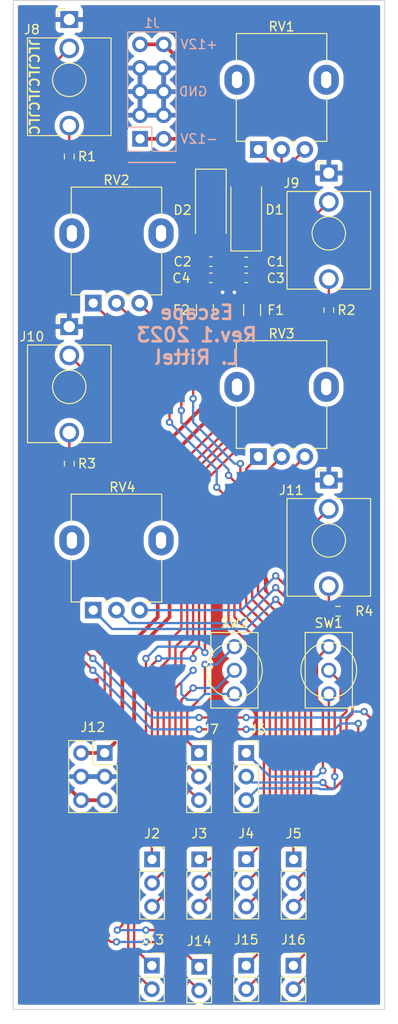
<source format=kicad_pcb>
(kicad_pcb (version 20211014) (generator pcbnew)
  (layers (0 "F.Cu" signal) (31 "B.Cu" signal) (34 "B.Paste" user) (35 "F.Paste" user) (36 "B.SilkS" user "B.Silkscreen") (37 "F.SilkS" user "F.Silkscreen") (38 "B.Mask" user) (39 "F.Mask" user) (44 "Edge.Cuts" user))
  (net 0 "")
  (net 1 "GND")
  (net 2 "Net-(C1-Pad1)")
  (net 3 "Net-(D1-Pad2)")
  (net 4 "Net-(D2-Pad1)")
  (net 5 "+12V")
  (net 6 "-12V")
  (net 7 "Net-(J4-Pad1)")
  (net 8 "Net-(J4-Pad3)")
  (net 9 "Net-(J6-Pad1)")
  (net 10 "Net-(J6-Pad3)")
  (net 11 "Net-(C2-Pad2)")
  (net 12 "Net-(J2-Pad2)")
  (net 13 "Net-(J3-Pad2)")
  (net 14 "Net-(J11-PadTN)")
  (net 15 "Net-(J9-PadT)")
  (net 16 "Net-(J11-PadT)")
  (net 17 "Net-(J4-Pad2)")
  (net 18 "Net-(J16-Pad1)")
  (net 19 "Net-(J13-Pad1)")
  (net 20 "Net-(J13-Pad2)")
  (net 21 "Net-(J14-Pad2)")
  (net 22 "Net-(J15-Pad2)")
  (net 23 "Net-(J2-Pad1)")
  (net 24 "Net-(J2-Pad3)")
  (net 25 "Net-(J3-Pad1)")
  (net 26 "Net-(J3-Pad3)")
  (net 27 "Net-(J5-Pad1)")
  (net 28 "Net-(J5-Pad2)")
  (net 29 "Net-(J5-Pad3)")
  (net 30 "Net-(J6-Pad2)")
  (net 31 "Net-(J7-Pad1)")
  (net 32 "Net-(J7-Pad2)")
  (net 33 "Net-(J7-Pad3)")
  (net 34 "Net-(J16-Pad2)")
  (net 35 "Net-(J8-PadT)")
  (net 36 "Net-(J10-PadTN)")
  (net 37 "Net-(J10-PadT)")
  (footprint "Potentiometer_THT:Potentiometer_Alpha_RD901F-40-00D_Single_Vertical" (layer "F.Cu") (at -11.39 11.31 90)
    (fp_text reference "RV4")
    (fp_text value "10k")
  )
  (footprint "Connector_Audio:Jack_3.5mm_QingPu_WQP-PJ398SM_Vertical_CircularHoles" (layer "F.Cu") (at 13.97 -35.69)
    (fp_text reference "J9")
    (fp_text value "AudioJack2_SwitchT")
  )
  (footprint "Connector_PinSocket_2.54mm:PinSocket_1x02_P2.54mm_Vertical" (layer "F.Cu") (at 10.16 49.53)
    (fp_text reference "J16")
    (fp_text value "Conn_01x02")
  )
  (footprint "Potentiometer_THT:Potentiometer_Alpha_RD901F-40-00D_Single_Vertical" (layer "F.Cu") (at 6.39 -38.22 90)
    (fp_text reference "RV1")
    (fp_text value "10k")
  )
  (footprint "Fuse:Fuse_1206_3216Metric_Pad1.42x1.75mm_HandSolder" (layer "F.Cu") (at 0.635 -20.955 -90)
    (fp_text reference "F2")
    (fp_text value "Fuse 1206")
  )
  (footprint "Capacitor_SMD:C_0603_1608Metric_Pad1.08x0.95mm_HandSolder" (layer "F.Cu") (at 1.27 -24.42 180)
    (fp_text reference "C4")
    (fp_text value "100n")
  )
  (footprint "Capacitor_SMD:C_0603_1608Metric_Pad1.08x0.95mm_HandSolder" (layer "F.Cu") (at 1.27 -26.16 180)
    (fp_text reference "C2")
    (fp_text value "10u")
  )
  (footprint "Diode_SMD:D_SMA_Handsoldering" (layer "F.Cu") (at 5.08 -31.71 90)
    (fp_text reference "D1")
    (fp_text value "B130-13F")
  )
  (footprint "Resistor_SMD:R_0603_1608Metric_Pad0.98x0.95mm_HandSolder" (layer "F.Cu") (at 14.9625 11.43)
    (fp_text reference "R4")
    (fp_text value "1k")
  )
  (footprint "Connector_Audio:Jack_3.5mm_QingPu_WQP-PJ398SM_Vertical_CircularHoles" (layer "F.Cu") (at -13.97 -52.2)
    (fp_text reference "J8")
    (fp_text value "AudioJack2_SwitchT")
  )
  (footprint "Connector_PinSocket_2.54mm:PinSocket_1x02_P2.54mm_Vertical" (layer "F.Cu") (at 5.08 49.53)
    (fp_text reference "J15")
    (fp_text value "Conn_01x02")
  )
  (footprint "Fuse:Fuse_1206_3216Metric_Pad1.42x1.75mm_HandSolder" (layer "F.Cu") (at 5.715 -20.955 -90)
    (fp_text reference "F1")
    (fp_text value "Fuse 1206")
  )
  (footprint "Connector_PinSocket_2.54mm:PinSocket_1x03_P2.54mm_Vertical" (layer "F.Cu") (at 0 26.67)
    (fp_text reference "J7")
    (fp_text value "Conn_01x03")
  )
  (footprint "Connector_PinSocket_2.54mm:PinSocket_1x03_P2.54mm_Vertical" (layer "F.Cu") (at -5.055 38.115)
    (fp_text reference "J2")
    (fp_text value "Conn_01x03")
  )
  (footprint "Resistor_SMD:R_0603_1608Metric_Pad0.98x0.95mm_HandSolder" (layer "F.Cu") (at -13.97 -4.445 -90)
    (fp_text reference "R3")
    (fp_text value "1k")
  )
  (footprint "Capacitor_SMD:C_0603_1608Metric_Pad1.08x0.95mm_HandSolder" (layer "F.Cu") (at 5.08 -26.13 180)
    (fp_text reference "C1")
    (fp_text value "10u")
  )
  (footprint "Diode_SMD:D_SMA_Handsoldering" (layer "F.Cu") (at 1.27 -31.71 -90)
    (fp_text reference "D2")
    (fp_text value "B130-13F")
  )
  (footprint "Potentiometer_THT:Potentiometer_Alpha_RD901F-40-00D_Single_Vertical" (layer "F.Cu") (at -11.39 -21.71 90)
    (fp_text reference "RV2")
    (fp_text value "10k")
  )
  (footprint "Connector_PinSocket_2.54mm:PinSocket_1x02_P2.54mm_Vertical" (layer "F.Cu") (at -5.08 49.53)
    (fp_text reference "J13")
    (fp_text value "Conn_01x02")
  )
  (footprint "Connector_PinSocket_2.54mm:PinSocket_1x03_P2.54mm_Vertical" (layer "F.Cu") (at 5.08 26.67)
    (fp_text reference "J6")
    (fp_text value "Conn_01x03")
  )
  (footprint "Connector_PinSocket_2.54mm:PinSocket_1x03_P2.54mm_Vertical" (layer "F.Cu") (at 5.08 38.1)
    (fp_text reference "J4")
    (fp_text value "Conn_01x03")
  )
  (footprint "Potentiometer_THT:Potentiometer_Alpha_RD901F-40-00D_Single_Vertical" (layer "F.Cu") (at 6.39 -5.2 90)
    (fp_text reference "RV3")
    (fp_text value "10k")
  )
  (footprint "Connector_PinSocket_2.54mm:PinSocket_1x03_P2.54mm_Vertical" (layer "F.Cu") (at 0.025 38.115)
    (fp_text reference "J3")
    (fp_text value "Conn_01x03")
  )
  (footprint "Capacitor_SMD:C_0603_1608Metric_Pad1.08x0.95mm_HandSolder" (layer "F.Cu") (at 5.08 -24.42 180)
    (fp_text reference "C3")
    (fp_text value "100n")
  )
  (footprint "Connector_PinSocket_2.54mm:PinSocket_1x02_P2.54mm_Vertical" (layer "F.Cu") (at 0.025 49.67)
    (fp_text reference "J14")
    (fp_text value "Conn_01x02")
  )
  (footprint "Connector_Audio:Jack_3.5mm_QingPu_WQP-PJ398SM_Vertical_CircularHoles" (layer "F.Cu") (at 13.97 -2.67)
    (fp_text reference "J11")
    (fp_text value "AudioJack2_SwitchT")
  )
  (footprint "Connector_PinSocket_2.54mm:PinSocket_2x03_P2.54mm_Vertical" (layer "F.Cu") (at -10.16 26.67)
    (fp_text reference "J12")
    (fp_text value "Conn_02x03_Odd_Even")
  )
  (footprint "Thonkiconn:Switch_Sub-Minitiature_Vertical" (layer "F.Cu") (at 13.97 17.78)
    (fp_text reference "SW1")
    (fp_text value "SW_SPDT_MSM")
  )
  (footprint "Connector_PinSocket_2.54mm:PinSocket_1x03_P2.54mm_Vertical" (layer "F.Cu") (at 10.185 38.115)
    (fp_text reference "J5")
    (fp_text value "Conn_01x03")
  )
  (footprint "Resistor_SMD:R_0603_1608Metric_Pad0.98x0.95mm_HandSolder" (layer "F.Cu") (at 13.97 -20.955 -90)
    (fp_text reference "R2")
    (fp_text value "1k")
  )
  (footprint "Resistor_SMD:R_0603_1608Metric_Pad0.98x0.95mm_HandSolder" (layer "F.Cu") (at -13.97 -37.465 -90)
    (fp_text reference "R1")
    (fp_text value "1k")
  )
  (footprint "Connector_Audio:Jack_3.5mm_QingPu_WQP-PJ398SM_Vertical_CircularHoles" (layer "F.Cu") (at -13.97 -19.18)
    (fp_text reference "J10")
    (fp_text value "AudioJack2_SwitchT")
  )
  (footprint "Thonkiconn:Switch_Sub-Minitiature_Vertical" (layer "F.Cu") (at 3.81 17.78)
    (fp_text reference "SW2")
    (fp_text value "SW_SPDT_MSM")
  )
  (footprint "Connector_PinHeader_2.54mm:PinHeader_2x05_P2.54mm_Vertical" (layer "B.Cu") (at -6.35 -39.37)
    (fp_text reference "J1")
    (fp_text value "Conn_02x05_Odd_Even")
  )
  (gr_line (start -7.62 -36.83) (end -2.54 -36.83) (layer "B.SilkS") (width 0.15))
  (gr_rect locked (start -20 -54.25) (end 20 54.25) (layer "Edge.Cuts") (width 0.1) (fill none))
  (gr_text "+12V" (at 0 -49.53) (layer "B.SilkS") (effects (font (size 1 1)) (justify mirror)))
  (gr_text "GND" (at -0.635 -44.45) (layer "B.SilkS") (effects (font (size 1 1)) (justify mirror)))
  (gr_text "-12V" (at 0 -39.37) (layer "B.SilkS") (effects (font (size 1 1)) (justify mirror)))
  (gr_text "Escape\nRev.1 2023\nL. Rittel" (at -0.254 -18.288) (layer "B.SilkS") (effects (font (size 1.5 1.5) (thickness 0.3)) (justify mirror)))
  (gr_text "JLCJLCJLCJLC" (at -17.78 -44.958 270) (layer "F.SilkS") (effects (font (size 1 1) (thickness 0.2))))
  (segment (start 4.2175 -24.42) (end 3.81 -24.0125) (width 0.4) (layer "F.Cu") (net 1))
  (segment (start 3.81 -24.0125) (end 3.81 -22.86) (width 0.4) (layer "F.Cu") (net 1))
  (segment (start 2.1325 -26.16) (end 2.1325 -24.42) (width 0.4) (layer "F.Cu") (net 1))
  (segment (start 2.1325 -24.42) (end 2.54 -24.0125) (width 0.4) (layer "F.Cu") (net 1))
  (segment (start 2.54 -24.0125) (end 2.54 -22.86) (width 0.4) (layer "F.Cu") (net 1))
  (segment (start 4.2175 -26.13) (end 4.2175 -24.42) (width 0.4) (layer "F.Cu") (net 1))
  (via (at 3.81 -22.86) (size 0.8) (drill 0.4) (layers "F.Cu" "B.Cu") (net 1))
  (via (at 2.54 -22.86) (size 0.8) (drill 0.4) (layers "F.Cu" "B.Cu") (net 1))
  (segment (start 5.9425 -26.13) (end 5.9425 -24.42) (width 0.4) (layer "F.Cu") (net 2))
  (segment (start 5.9425 -28.3475) (end 5.08 -29.21) (width 0.4) (layer "F.Cu") (net 2))
  (segment (start 5.9425 -22.67) (end 5.715 -22.4425) (width 0.4) (layer "F.Cu") (net 2))
  (segment (start 5.9425 -24.42) (end 5.9425 -22.67) (width 0.4) (layer "F.Cu") (net 2))
  (segment (start 5.9425 -26.13) (end 5.9425 -28.3475) (width 0.4) (layer "F.Cu") (net 2))
  (segment (start -1.905 -47.645) (end -1.905 -43.14) (width 0.4) (layer "F.Cu") (net 3))
  (segment (start -6.33 -49.53) (end -3.79 -49.53) (width 0.4) (layer "F.Cu") (net 3))
  (segment (start -3.79 -49.53) (end -1.905 -47.645) (width 0.4) (layer "F.Cu") (net 3))
  (segment (start -1.905 -43.14) (end 5.08 -36.155) (width 0.4) (layer "F.Cu") (net 3))
  (segment (start 5.08 -36.155) (end 5.08 -34.21) (width 0.4) (layer "F.Cu") (net 3))
  (segment (start -3.79 -39.37) (end 0 -39.37) (width 0.4) (layer "F.Cu") (net 4))
  (segment (start 0 -39.37) (end 1.27 -38.1) (width 0.4) (layer "F.Cu") (net 4))
  (segment (start 1.27 -38.1) (end 1.27 -34.21) (width 0.4) (layer "F.Cu") (net 4))
  (segment (start -6.33 -39.37) (end -3.79 -39.37) (width 0.4) (layer "F.Cu") (net 4))
  (segment (start -6.35 2.54) (end -3.175 -0.635) (width 0.4) (layer "F.Cu") (net 5))
  (segment (start -10.16 26.67) (end -12.7 26.67) (width 0.4) (layer "F.Cu") (net 5))
  (segment (start -6.985 15.875) (end -3.175 12.065) (width 0.4) (layer "F.Cu") (net 5))
  (segment (start -10.16 26.67) (end -6.985 23.495) (width 0.4) (layer "F.Cu") (net 5))
  (segment (start -3.175 12.065) (end -3.175 8.255) (width 0.4) (layer "F.Cu") (net 5))
  (segment (start -6.35 5.08) (end -6.35 2.54) (width 0.4) (layer "F.Cu") (net 5))
  (segment (start -3.175 8.255) (end -6.35 5.08) (width 0.4) (layer "F.Cu") (net 5))
  (segment (start 1.905 -13.97) (end 5.715 -17.78) (width 0.4) (layer "F.Cu") (net 5))
  (segment (start -6.985 23.495) (end -6.985 15.875) (width 0.4) (layer "F.Cu") (net 5))
  (segment (start -3.175 -0.635) (end -3.175 -5.08) (width 0.4) (layer "F.Cu") (net 5))
  (segment (start -3.175 -5.08) (end 1.905 -10.16) (width 0.4) (layer "F.Cu") (net 5))
  (segment (start 5.715 -17.78) (end 5.715 -19.4675) (width 0.4) (layer "F.Cu") (net 5))
  (segment (start 1.905 -10.16) (end 1.905 -13.97) (width 0.4) (layer "F.Cu") (net 5))
  (segment (start -8.255 22.225) (end -10.795 24.765) (width 0.4) (layer "F.Cu") (net 6))
  (segment (start -7.62 5.715) (end -4.445 8.89) (width 0.4) (layer "F.Cu") (net 6))
  (segment (start -4.445 -0.741764) (end -7.62 2.433236) (width 0.4) (layer "F.Cu") (net 6))
  (segment (start 0.635 -19.4675) (end 0.635 -10.795) (width 0.4) (layer "F.Cu") (net 6))
  (segment (start -8.255 15.875) (end -8.255 22.225) (width 0.4) (layer "F.Cu") (net 6))
  (segment (start -13.335 24.765) (end -14.605 26.035) (width 0.4) (layer "F.Cu") (net 6))
  (segment (start -4.445 12.065) (end -8.255 15.875) (width 0.4) (layer "F.Cu") (net 6))
  (segment (start -10.795 24.765) (end -13.335 24.765) (width 0.4) (layer "F.Cu") (net 6))
  (segment (start -14.605 26.035) (end -14.605 29.845) (width 0.4) (layer "F.Cu") (net 6))
  (segment (start 0.635 -10.795) (end -4.445 -5.715) (width 0.4) (layer "F.Cu") (net 6))
  (segment (start -4.445 -5.715) (end -4.445 -0.741764) (width 0.4) (layer "F.Cu") (net 6))
  (segment (start -10.16 31.75) (end -12.7 31.75) (width 0.4) (layer "F.Cu") (net 6))
  (segment (start -14.605 29.845) (end -12.7 31.75) (width 0.4) (layer "F.Cu") (net 6))
  (segment (start -7.62 2.433236) (end -7.62 5.715) (width 0.4) (layer "F.Cu") (net 6))
  (segment (start -4.445 8.89) (end -4.445 12.065) (width 0.4) (layer "F.Cu") (net 6))
  (segment (start 8.89 34.288604) (end 6.535 36.643604) (width 0.25) (layer "F.Cu") (net 7))
  (segment (start 8.89 14.605) (end 8.89 34.288604) (width 0.25) (layer "F.Cu") (net 7))
  (segment (start 6.39 -5.2) (end 5.08 -3.89) (width 0.25) (layer "F.Cu") (net 7))
  (segment (start 6.535 36.645) (end 5.08 38.1) (width 0.25) (layer "F.Cu") (net 7))
  (segment (start 6.535 36.643604) (end 6.535 36.645) (width 0.25) (layer "F.Cu") (net 7))
  (segment (start 5.08 10.795) (end 8.89 14.605) (width 0.25) (layer "F.Cu") (net 7))
  (segment (start 5.08 -3.89) (end 5.08 10.795) (width 0.25) (layer "F.Cu") (net 7))
  (segment (start 10.16 35.56) (end 7.62 38.1) (width 0.25) (layer "F.Cu") (net 8))
  (segment (start 7.62 40.64) (end 5.08 43.18) (width 0.25) (layer "F.Cu") (net 8))
  (segment (start 7.62 38.1) (end 7.62 40.64) (width 0.25) (layer "F.Cu") (net 8))
  (segment (start 6.35 9.525) (end 10.16 13.335) (width 0.25) (layer "F.Cu") (net 8))
  (segment (start 10.16 13.335) (end 10.16 35.56) (width 0.25) (layer "F.Cu") (net 8))
  (segment (start 11.39 -5.2) (end 6.35 -0.16) (width 0.25) (layer "F.Cu") (net 8))
  (segment (start 6.35 -0.16) (end 6.35 9.525) (width 0.25) (layer "F.Cu") (net 8))
  (segment (start 13.335 28.575) (end 13.335 21.59) (width 0.25) (layer "F.Cu") (net 9))
  (segment (start 13.335 21.59) (end 12.7 20.955) (width 0.25) (layer "F.Cu") (net 9))
  (segment (start 12.7 16.51) (end 13.97 15.24) (width 0.25) (layer "F.Cu") (net 9))
  (segment (start 12.7 20.955) (end 12.7 16.51) (width 0.25) (layer "F.Cu") (net 9))
  (via (at 13.335 28.575) (size 0.8) (drill 0.4) (layers "F.Cu" "B.Cu") (net 9))
  (segment (start 12.7 29.21) (end 7.62 29.21) (width 0.25) (layer "B.Cu") (net 9))
  (segment (start 7.62 29.21) (end 5.08 26.67) (width 0.25) (layer "B.Cu") (net 9))
  (segment (start 13.335 28.575) (end 12.7 29.21) (width 0.25) (layer "B.Cu") (net 9))
  (segment (start 14.605 29.21) (end 14.605 27.94) (width 0.25) (layer "F.Cu") (net 10))
  (segment (start 14.605 27.94) (end 13.97 27.305) (width 0.25) (layer "F.Cu") (net 10))
  (segment (start 13.97 27.305) (end 13.97 20.32) (width 0.25) (layer "F.Cu") (net 10))
  (via (at 14.605 29.21) (size 0.8) (drill 0.4) (layers "F.Cu" "B.Cu") (net 10))
  (segment (start 12.944695 30.48) (end 6.35 30.48) (width 0.25) (layer "B.Cu") (net 10))
  (segment (start 14.605 30.357652) (end 14.392652 30.57) (width 0.25) (layer "B.Cu") (net 10))
  (segment (start 14.392652 30.57) (end 13.034695 30.57) (width 0.25) (layer "B.Cu") (net 10))
  (segment (start 6.35 30.48) (end 5.08 31.75) (width 0.25) (layer "B.Cu") (net 10))
  (segment (start 14.605 29.21) (end 14.605 30.357652) (width 0.25) (layer "B.Cu") (net 10))
  (segment (start 13.034695 30.57) (end 12.944695 30.48) (width 0.25) (layer "B.Cu") (net 10))
  (segment (start 0.4075 -28.3475) (end 1.27 -29.21) (width 0.4) (layer "F.Cu") (net 11))
  (segment (start 0.4075 -26.16) (end 0.4075 -28.3475) (width 0.4) (layer "F.Cu") (net 11))
  (segment (start 0.4075 -22.67) (end 0.635 -22.4425) (width 0.4) (layer "F.Cu") (net 11))
  (segment (start 0.4075 -26.16) (end 0.4075 -24.42) (width 0.4) (layer "F.Cu") (net 11))
  (segment (start 0.4075 -24.42) (end 0.4075 -22.67) (width 0.4) (layer "F.Cu") (net 11))
  (segment (start -1.27 -3.81) (end -1.27 13.97) (width 0.25) (layer "F.Cu") (net 12))
  (segment (start -3.81 18.415) (end -3.81 36.83) (width 0.25) (layer "F.Cu") (net 12))
  (segment (start 6.985 -8.89) (end 3.81 -8.89) (width 0.25) (layer "F.Cu") (net 12))
  (segment (start -2.54 17.145) (end -3.81 18.415) (width 0.25) (layer "F.Cu") (net 12))
  (segment (start 8.89 -38.22) (end 8.89 -10.795) (width 0.25) (layer "F.Cu") (net 12))
  (segment (start -1.27 13.97) (end -2.54 15.24) (width 0.25) (layer "F.Cu") (net 12))
  (segment (start 8.89 -10.795) (end 6.985 -8.89) (width 0.25) (layer "F.Cu") (net 12))
  (segment (start 3.81 -8.89) (end -1.27 -3.81) (width 0.25) (layer "F.Cu") (net 12))
  (segment (start -2.54 15.24) (end -2.54 17.145) (width 0.25) (layer "F.Cu") (net 12))
  (segment (start -3.81 36.83) (end -3.175 37.465) (width 0.25) (layer "F.Cu") (net 12))
  (segment (start -3.175 37.465) (end -3.175 38.775) (width 0.25) (layer "F.Cu") (net 12))
  (segment (start -3.175 38.775) (end -5.055 40.655) (width 0.25) (layer "F.Cu") (net 12))
  (segment (start 3.175 -3.175) (end 3.81 -2.54) (width 0.25) (layer "F.Cu") (net 13))
  (segment (start 2.54 38.14) (end 0.025 40.655) (width 0.25) (layer "F.Cu") (net 13))
  (segment (start 3.81 -2.54) (end 3.81 12.065) (width 0.25) (layer "F.Cu") (net 13))
  (segment (start 3.81 35.56) (end 2.54 36.83) (width 0.25) (layer "F.Cu") (net 13))
  (segment (start 3.81 12.065) (end 7.62 15.875) (width 0.25) (layer "F.Cu") (net 13))
  (segment (start 7.62 33.06) (end 5.12 35.56) (width 0.25) (layer "F.Cu") (net 13))
  (segment (start -1.905 -10.16) (end -1.905 -14.725) (width 0.25) (layer "F.Cu") (net 13))
  (segment (start 2.54 36.83) (end 2.54 38.14) (width 0.25) (layer "F.Cu") (net 13))
  (segment (start 5.12 35.56) (end 3.81 35.56) (width 0.25) (layer "F.Cu") (net 13))
  (segment (start -1.905 -14.725) (end -8.89 -21.71) (width 0.25) (layer "F.Cu") (net 13))
  (segment (start 7.62 15.875) (end 7.62 33.06) (width 0.25) (layer "F.Cu") (net 13))
  (via (at 3.175 -3.175) (size 0.8) (drill 0.4) (layers "F.Cu" "B.Cu") (net 13))
  (via (at -1.905 -10.16) (size 0.8) (drill 0.4) (layers "F.Cu" "B.Cu") (net 13))
  (segment (start -1.905 -8.89) (end 3.175 -3.81) (width 0.25) (layer "B.Cu") (net 13))
  (segment (start 3.175 -3.81) (end 3.175 -3.175) (width 0.25) (layer "B.Cu") (net 13))
  (segment (start -1.905 -10.16) (end -1.905 -8.89) (width 0.25) (layer "B.Cu") (net 13))
  (segment (start 12.065 10.16) (end 12.7 10.795) (width 0.25) (layer "F.Cu") (net 14))
  (segment (start 16.51 27.305) (end 16.51 29.845) (width 0.25) (layer "F.Cu") (net 14))
  (segment (start 12.58 12.8975) (end 13.0175 13.335) (width 0.25) (layer "F.Cu") (net 14))
  (segment (start 13.335 33.02) (end 13.335 43.815) (width 0.25) (layer "F.Cu") (net 14))
  (segment (start 13.335 43.815) (end 10.16 46.99) (width 0.25) (layer "F.Cu") (net 14))
  (segment (start 14.605 13.335) (end 15.875 14.605) (width 0.25) (layer "F.Cu") (net 14))
  (segment (start 10.16 46.99) (end 7.62 46.99) (width 0.25) (layer "F.Cu") (net 14))
  (segment (start 12.065 2.335) (end 12.065 10.16) (width 0.25) (layer "F.Cu") (net 14))
  (segment (start 15.24 22.86) (end 15.24 26.035) (width 0.25) (layer "F.Cu") (net 14))
  (segment (start 13.97 0.43) (end 12.065 2.335) (width 0.25) (layer "F.Cu") (net 14))
  (segment (start 12.7 10.795) (end 12.58 10.915) (width 0.25) (layer "F.Cu") (net 14))
  (segment (start 16.51 29.845) (end 13.335 33.02) (width 0.25) (layer "F.Cu") (net 14))
  (segment (start 15.875 22.225) (end 15.24 22.86) (width 0.25) (layer "F.Cu") (net 14))
  (segment (start 12.58 10.915) (end 12.58 12.8975) (width 0.25) (layer "F.Cu") (net 14))
  (segment (start 15.24 26.035) (end 16.51 27.305) (width 0.25) (layer "F.Cu") (net 14))
  (segment (start 13.0175 13.335) (end 14.605 13.335) (width 0.25) (layer "F.Cu") (net 14))
  (segment (start 15.875 14.605) (end 15.875 22.225) (width 0.25) (layer "F.Cu") (net 14))
  (segment (start 7.62 46.99) (end 5.08 49.53) (width 0.25) (layer "F.Cu") (net 14))
  (segment (start 13.97 -24.29) (end 13.97 -21.9475) (width 0.25) (layer "F.Cu") (net 15))
  (segment (start 13.97 8.73) (end 13.97 11.35) (width 0.25) (layer "F.Cu") (net 16))
  (segment (start 13.97 11.35) (end 14.05 11.43) (width 0.25) (layer "F.Cu") (net 16))
  (segment (start 5.715 10.16) (end 9.525 13.97) (width 0.25) (layer "F.Cu") (net 17))
  (segment (start 8.89 -5.2) (end 5.715 -2.025) (width 0.25) (layer "F.Cu") (net 17))
  (segment (start 9.525 13.97) (end 9.525 34.925) (width 0.25) (layer "F.Cu") (net 17))
  (segment (start 5.715 -2.025) (end 5.715 10.16) (width 0.25) (layer "F.Cu") (net 17))
  (segment (start 6.985 38.735) (end 5.08 40.64) (width 0.25) (layer "F.Cu") (net 17))
  (segment (start 9.525 34.925) (end 6.985 37.465) (width 0.25) (layer "F.Cu") (net 17))
  (segment (start 6.985 37.465) (end 6.985 38.735) (width 0.25) (layer "F.Cu") (net 17))
  (segment (start -11.43 17.78) (end -17.78 11.43) (width 0.25) (layer "F.Cu") (net 18))
  (segment (start -17.78 11.43) (end -17.78 -45.29) (width 0.25) (layer "F.Cu") (net 18))
  (segment (start 17.78 26.035) (end 17.78 31.115) (width 0.25) (layer "F.Cu") (net 18))
  (segment (start 14.605 34.29) (end 14.605 45.085) (width 0.25) (layer "F.Cu") (net 18))
  (segment (start 17.78 31.115) (end 14.605 34.29) (width 0.25) (layer "F.Cu") (net 18))
  (segment (start 17.145 25.4) (end 17.78 26.035) (width 0.25) (layer "F.Cu") (net 18))
  (segment (start -17.78 -45.29) (end -13.97 -49.1) (width 0.25) (layer "F.Cu") (net 18))
  (segment (start 14.605 45.085) (end 10.16 49.53) (width 0.25) (layer "F.Cu") (net 18))
  (segment (start 0 24.13) (end 5.08 24.13) (width 0.25) (layer "F.Cu") (net 18))
  (segment (start 17.145 23.495) (end 17.145 25.4) (width 0.25) (layer "F.Cu") (net 18))
  (via (at 0 24.13) (size 0.8) (drill 0.4) (layers "F.Cu" "B.Cu") (net 18))
  (via (at 17.145 23.495) (size 0.8) (drill 0.4) (layers "F.Cu" "B.Cu") (net 18))
  (via (at 5.08 24.13) (size 0.8) (drill 0.4) (layers "F.Cu" "B.Cu") (net 18))
  (via (at -11.43 17.78) (size 0.8) (drill 0.4) (layers "F.Cu" "B.Cu") (net 18))
  (segment (start 17.137425 23.502575) (end 15.232425 23.502575) (width 0.25) (layer "B.Cu") (net 18))
  (segment (start 5.08 24.13) (end 14.605 24.13) (width 0.25) (layer "B.Cu") (net 18))
  (segment (start 17.145 23.495) (end 17.137425 23.502575) (width 0.25) (layer "B.Cu") (net 18))
  (segment (start -5.08 24.13) (end -11.43 17.78) (width 0.25) (layer "B.Cu") (net 18))
  (segment (start 14.605 24.13) (end 15.232425 23.502575) (width 0.25) (layer "B.Cu") (net 18))
  (segment (start 0 24.13) (end -5.08 24.13) (width 0.25) (layer "B.Cu") (net 18))
  (segment (start -0.635 16.51) (end -0.635 15.875) (width 0.25) (layer "F.Cu") (net 19))
  (segment (start -6.985 37.465) (end -6.985 47.625) (width 0.25) (layer "F.Cu") (net 19))
  (segment (start 10.16 -9.525) (end 10.16 -28.78) (width 0.25) (layer "F.Cu") (net 19))
  (segment (start 8.255 -7.62) (end 10.16 -9.525) (width 0.25) (layer "F.Cu") (net 19))
  (segment (start 10.16 -28.78) (end 13.97 -32.59) (width 0.25) (layer "F.Cu") (net 19))
  (segment (start 4.445 -7.62) (end 8.255 -7.62) (width 0.25) (layer "F.Cu") (net 19))
  (segment (start 0 -3.175) (end 4.445 -7.62) (width 0.25) (layer "F.Cu") (net 19))
  (segment (start -4.3555 16.51) (end -5.08 17.2345) (width 0.25) (layer "F.Cu") (net 19))
  (segment (start -5.08 35.56) (end -6.985 37.465) (width 0.25) (layer "F.Cu") (net 19))
  (segment (start -5.08 17.2345) (end -5.08 35.56) (width 0.25) (layer "F.Cu") (net 19))
  (segment (start -6.985 47.625) (end -5.08 49.53) (width 0.25) (layer "F.Cu") (net 19))
  (segment (start 0 15.24) (end 0 -3.175) (width 0.25) (layer "F.Cu") (net 19))
  (segment (start -0.635 15.875) (end 0 15.24) (width 0.25) (layer "F.Cu") (net 19))
  (via (at -0.635 16.51) (size 0.8) (drill 0.4) (layers "F.Cu" "B.Cu") (net 19))
  (via (at -4.3555 16.51) (size 0.8) (drill 0.4) (layers "F.Cu" "B.Cu") (net 19))
  (segment (start -0.635 16.51) (end -4.3555 16.51) (width 0.25) (layer "B.Cu") (net 19))
  (segment (start 8.89 -6.985) (end 10.795 -8.89) (width 0.25) (layer "F.Cu") (net 20))
  (segment (start 11.856875 -20.0425) (end 13.97 -20.0425) (width 0.25) (layer "F.Cu") (net 20))
  (segment (start 0.635 15.875) (end 0.635 -2.535) (width 0.25) (layer "F.Cu") (net 20))
  (segment (start -5.715 16.51) (end -5.715 34.823401) (width 0.25) (layer "F.Cu") (net 20))
  (segment (start -5.715 34.823401) (end -7.62 36.728401) (width 0.25) (layer "F.Cu") (net 20))
  (segment (start 10.795 -18.980625) (end 11.856875 -20.0425) (width 0.25) (layer "F.Cu") (net 20))
  (segment (start 0.635 -2.535) (end 5.085 -6.985) (width 0.25) (layer "F.Cu") (net 20))
  (segment (start 10.795 -8.89) (end 10.795 -18.980625) (width 0.25) (layer "F.Cu") (net 20))
  (segment (start 5.085 -6.985) (end 8.89 -6.985) (width 0.25) (layer "F.Cu") (net 20))
  (segment (start -7.62 49.53) (end -5.08 52.07) (width 0.25) (layer "F.Cu") (net 20))
  (segment (start -7.62 36.728401) (end -7.62 49.53) (width 0.25) (layer "F.Cu") (net 20))
  (via (at 0.635 15.875) (size 0.8) (drill 0.4) (layers "F.Cu" "B.Cu") (net 20))
  (via (at -5.715 16.51) (size 0.8) (drill 0.4) (layers "F.Cu" "B.Cu") (net 20))
  (segment (start 0 15.24) (end 0.635 15.875) (width 0.25) (layer "B.Cu") (net 20))
  (segment (start -5.715 16.51) (end -4.445 15.24) (width 0.25) (layer "B.Cu") (net 20))
  (segment (start -4.445 15.24) (end 0 15.24) (width 0.25) (layer "B.Cu") (net 20))
  (segment (start -10.16 45.085) (end -8.89 43.815) (width 0.25) (layer "F.Cu") (net 21))
  (segment (start -16.51 25.4) (end -13.97 22.86) (width 0.25) (layer "F.Cu") (net 21))
  (segment (start -8.89 46.99) (end -9.525 46.99) (width 0.25) (layer "F.Cu") (net 21))
  (segment (start -16.51 31.750698) (end -16.51 25.4) (width 0.25) (layer "F.Cu") (net 21))
  (segment (start -8.89 43.815) (end -8.89 36.195) (width 0.25) (layer "F.Cu") (net 21))
  (segment (start -8.89 36.195) (end -10.795 34.29) (width 0.25) (layer "F.Cu") (net 21))
  (segment (start -16.51 10.16) (end -16.51 -0.9925) (width 0.25) (layer "F.Cu") (net 21))
  (segment (start -10.16 21.59) (end -10.16 16.51) (width 0.25) (layer "F.Cu") (net 21))
  (segment (start -5.715 46.99) (end -3.81 46.99) (width 0.25) (layer "F.Cu") (net 21))
  (segment (start -16.51 -0.9925) (end -13.97 -3.5325) (width 0.25) (layer "F.Cu") (net 21))
  (segment (start -3.81 46.99) (end -1.905 48.895) (width 0.25) (layer "F.Cu") (net 21))
  (segment (start -13.970698 34.29) (end -16.51 31.750698) (width 0.25) (layer "F.Cu") (net 21))
  (segment (start -10.16 46.355) (end -10.16 45.085) (width 0.25) (layer "F.Cu") (net 21))
  (segment (start -13.97 22.86) (end -11.43 22.86) (width 0.25) (layer "F.Cu") (net 21))
  (segment (start -9.525 46.99) (end -10.16 46.355) (width 0.25) (layer "F.Cu") (net 21))
  (segment (start -10.795 34.29) (end -13.970698 34.29) (width 0.25) (layer "F.Cu") (net 21))
  (segment (start -10.16 16.51) (end -16.51 10.16) (width 0.25) (layer "F.Cu") (net 21))
  (segment (start -1.905 50.28) (end 0.025 52.21) (width 0.25) (layer "F.Cu") (net 21))
  (segment (start -11.43 22.86) (end -10.16 21.59) (width 0.25) (layer "F.Cu") (net 21))
  (segment (start -1.905 48.895) (end -1.905 50.28) (width 0.25) (layer "F.Cu") (net 21))
  (via (at -8.89 46.99) (size 0.8) (drill 0.4) (layers "F.Cu" "B.Cu") (net 21))
  (via (at -5.715 46.99) (size 0.8) (drill 0.4) (layers "F.Cu" "B.Cu") (net 21))
  (segment (start -5.715 46.99) (end -8.89 46.99) (width 0.25) (layer "B.Cu") (net 21))
  (segment (start 8.255 48.26) (end 8.89 47.625) (width 0.25) (layer "F.Cu") (net 22))
  (segment (start 13.97 44.45) (end 13.97 33.655) (width 0.25) (layer "F.Cu") (net 22))
  (segment (start 15.875 25.450682) (end 15.875 23.079924) (width 0.25) (layer "F.Cu") (net 22))
  (segment (start 13.97 33.655) (end 17.145 30.48) (width 0.25) (layer "F.Cu") (net 22))
  (segment (start 15.875 23.079924) (end 16.51 22.444924) (width 0.25) (layer "F.Cu") (net 22))
  (segment (start 16.51 12.065) (end 15.875 11.43) (width 0.25) (layer "F.Cu") (net 22))
  (segment (start 17.145 26.720682) (end 15.875 25.450682) (width 0.25) (layer "F.Cu") (net 22))
  (segment (start 5.08 52.07) (end 8.255 48.895) (width 0.25) (layer "F.Cu") (net 22))
  (segment (start 10.795 47.625) (end 13.97 44.45) (width 0.25) (layer "F.Cu") (net 22))
  (segment (start 17.145 30.48) (end 17.145 26.720682) (width 0.25) (layer "F.Cu") (net 22))
  (segment (start 8.255 48.895) (end 8.255 48.26) (width 0.25) (layer "F.Cu") (net 22))
  (segment (start 16.51 22.444924) (end 16.51 12.065) (width 0.25) (layer "F.Cu") (net 22))
  (segment (start 8.89 47.625) (end 10.795 47.625) (width 0.25) (layer "F.Cu") (net 22))
  (segment (start 6.35 -9.525) (end 3.175 -9.525) (width 0.25) (layer "F.Cu") (net 23))
  (segment (start -3.175 14.605) (end -3.175 16.51) (width 0.25) (layer "F.Cu") (net 23))
  (segment (start -5.08 36.83) (end -5.08 38.09) (width 0.25) (layer "F.Cu") (net 23))
  (segment (start -4.445 36.195) (end -5.08 36.83) (width 0.25) (layer "F.Cu") (net 23))
  (segment (start 6.39 -38.22) (end 8.255 -36.355) (width 0.25) (layer "F.Cu") (net 23))
  (segment (start -1.905 13.335) (end -3.175 14.605) (width 0.25) (layer "F.Cu") (net 23))
  (segment (start -5.08 38.09) (end -5.055 38.115) (width 0.25) (layer "F.Cu") (net 23))
  (segment (start -3.175 16.51) (end -4.445 17.78) (width 0.25) (layer "F.Cu") (net 23))
  (segment (start 3.175 -9.525) (end -1.905 -4.445) (width 0.25) (layer "F.Cu") (net 23))
  (segment (start 8.255 -36.355) (end 8.255 -11.43) (width 0.25) (layer "F.Cu") (net 23))
  (segment (start -1.905 -4.445) (end -1.905 13.335) (width 0.25) (layer "F.Cu") (net 23))
  (segment (start 8.255 -11.43) (end 6.35 -9.525) (width 0.25) (layer "F.Cu") (net 23))
  (segment (start -4.445 17.78) (end -4.445 36.195) (width 0.25) (layer "F.Cu") (net 23))
  (segment (start -0.635 -3.493198) (end -0.635 14.605) (width 0.25) (layer "F.Cu") (net 24))
  (segment (start 11.39 -38.22) (end 9.525 -36.355) (width 0.25) (layer "F.Cu") (net 24))
  (segment (start 4.126802 -8.255) (end -0.635 -3.493198) (width 0.25) (layer "F.Cu") (net 24))
  (segment (start -3.175 19.05) (end -3.175 36.195) (width 0.25) (layer "F.Cu") (net 24))
  (segment (start -3.175 36.195) (end -2.54 36.83) (width 0.25) (layer "F.Cu") (net 24))
  (segment (start -2.54 40.68) (end -5.055 43.195) (width 0.25) (layer "F.Cu") (net 24))
  (segment (start 9.525 -10.16) (end 7.62 -8.255) (width 0.25) (layer "F.Cu") (net 24))
  (segment (start 9.525 -36.355) (end 9.525 -10.16) (width 0.25) (layer "F.Cu") (net 24))
  (segment (start -0.635 14.605) (end -1.905 15.875) (width 0.25) (layer "F.Cu") (net 24))
  (segment (start 7.62 -8.255) (end 4.126802 -8.255) (width 0.25) (layer "F.Cu") (net 24))
  (segment (start -1.905 17.78) (end -3.175 19.05) (width 0.25) (layer "F.Cu") (net 24))
  (segment (start -2.54 36.83) (end -2.54 40.68) (width 0.25) (layer "F.Cu") (net 24))
  (segment (start -1.905 15.875) (end -1.905 17.78) (width 0.25) (layer "F.Cu") (net 24))
  (segment (start 3.175 -0.635) (end 3.175 12.7) (width 0.25) (layer "F.Cu") (net 25))
  (segment (start -3.175 -8.89) (end -3.175 -13.495) (width 0.25) (layer "F.Cu") (net 25))
  (segment (start 1.905 36.195) (end 1.905 37.34335) (width 0.25) (layer "F.Cu") (net 25))
  (segment (start -3.175 -13.495) (end -11.39 -21.71) (width 0.25) (layer "F.Cu") (net 25))
  (segment (start 4.32335 34.925) (end 3.175 34.925) (width 0.25) (layer "F.Cu") (net 25))
  (segment (start 3.175 12.7) (end 6.985 16.51) (width 0.25) (layer "F.Cu") (net 25))
  (segment (start 3.175 34.925) (end 1.905 36.195) (width 0.25) (layer "F.Cu") (net 25))
  (segment (start 1.905 -1.905) (end 3.175 -0.635) (width 0.25) (layer "F.Cu") (net 25))
  (segment (start 1.905 37.34335) (end 1.13335 38.115) (width 0.25) (layer "F.Cu") (net 25))
  (segment (start 6.985 32.26335) (end 4.32335 34.925) (width 0.25) (layer "F.Cu") (net 25))
  (segment (start 6.985 16.51) (end 6.985 32.26335) (width 0.25) (layer "F.Cu") (net 25))
  (segment (start 1.13335 38.115) (end 0.025 38.115) (width 0.25) (layer "F.Cu") (net 25))
  (via (at 1.905 -1.905) (size 0.8) (drill 0.4) (layers "F.Cu" "B.Cu") (net 25))
  (via (at -3.175 -8.89) (size 0.8) (drill 0.4) (layers "F.Cu" "B.Cu") (net 25))
  (segment (start 1.905 -3.81) (end 1.905 -1.905) (width 0.25) (layer "B.Cu") (net 25))
  (segment (start -3.175 -8.89) (end 1.905 -3.81) (width 0.25) (layer "B.Cu") (net 25))
  (segment (start 8.255 15.24) (end 8.255 33.75) (width 0.25) (layer "F.Cu") (net 26))
  (segment (start 4.445 -4.445) (end 4.445 11.43) (width 0.25) (layer "F.Cu") (net 26))
  (segment (start 4.445 36.195) (end 3.175 37.465) (width 0.25) (layer "F.Cu") (net 26))
  (segment (start 3.175 40.045) (end 0.025 43.195) (width 0.25) (layer "F.Cu") (net 26))
  (segment (start 8.255 33.75) (end 5.81 36.195) (width 0.25) (layer "F.Cu") (net 26))
  (segment (start 4.445 11.43) (end 8.255 15.24) (width 0.25) (layer "F.Cu") (net 26))
  (segment (start 3.175 37.465) (end 3.175 40.045) (width 0.25) (layer "F.Cu") (net 26))
  (segment (start -6.39 -21.63) (end -6.39 -21.71) (width 0.25) (layer "F.Cu") (net 26))
  (segment (start 5.81 36.195) (end 4.445 36.195) (width 0.25) (layer "F.Cu") (net 26))
  (segment (start -0.635 -11.43) (end -0.635 -15.875) (width 0.25) (layer "F.Cu") (net 26))
  (segment (start -0.635 -15.875) (end -6.39 -21.63) (width 0.25) (layer "F.Cu") (net 26))
  (via (at -0.635 -11.43) (size 0.8) (drill 0.4) (layers "F.Cu" "B.Cu") (net 26))
  (via (at 4.445 -4.445) (size 0.8) (drill 0.4) (layers "F.Cu" "B.Cu") (net 26))
  (segment (start -0.635 -11.43) (end -0.635 -8.89) (width 0.25) (layer "B.Cu") (net 26))
  (segment (start 3.81 -4.445) (end 4.445 -4.445) (width 0.25) (layer "B.Cu") (net 26))
  (segment (start -0.635 -8.89) (end 3.81 -4.445) (width 0.25) (layer "B.Cu") (net 26))
  (segment (start 8.255 10.16) (end 10.795 12.7) (width 0.25) (layer "F.Cu") (net 27))
  (segment (start 10.16 38.09) (end 10.185 38.115) (width 0.25) (layer "F.Cu") (net 27))
  (segment (start 10.795 36.195) (end 10.16 36.83) (width 0.25) (layer "F.Cu") (net 27))
  (segment (start 10.16 36.83) (end 10.16 38.09) (width 0.25) (layer "F.Cu") (net 27))
  (segment (start 10.795 12.7) (end 10.795 36.195) (width 0.25) (layer "F.Cu") (net 27))
  (via (at 8.255 10.16) (size 0.8) (drill 0.4) (layers "F.Cu" "B.Cu") (net 27))
  (segment (start 5.08 13.335) (end -9.365 13.335) (width 0.25) (layer "B.Cu") (net 27))
  (segment (start -9.365 13.335) (end -11.39 11.31) (width 0.25) (layer "B.Cu") (net 27))
  (segment (start 8.255 10.16) (end 5.08 13.335) (width 0.25) (layer "B.Cu") (net 27))
  (segment (start 12.065 38.775) (end 10.185 40.655) (width 0.25) (layer "F.Cu") (net 28))
  (segment (start 8.255 8.89) (end 11.43 12.065) (width 0.25) (layer "F.Cu") (net 28))
  (segment (start 12.065 36.83) (end 12.065 38.775) (width 0.25) (layer "F.Cu") (net 28))
  (segment (start 11.43 36.195) (end 12.065 36.83) (width 0.25) (layer "F.Cu") (net 28))
  (segment (start 11.43 12.065) (end 11.43 36.195) (width 0.25) (layer "F.Cu") (net 28))
  (via (at 8.255 8.89) (size 0.8) (drill 0.4) (layers "F.Cu" "B.Cu") (net 28))
  (segment (start 8.255 8.89) (end 4.445 12.7) (width 0.25) (layer "B.Cu") (net 28))
  (segment (start -7.5 12.7) (end -8.89 11.31) (width 0.25) (layer "B.Cu") (net 28))
  (segment (start 4.445 12.7) (end -7.5 12.7) (width 0.25) (layer "B.Cu") (net 28))
  (segment (start 8.255 7.62) (end 12.065 11.43) (width 0.25) (layer "F.Cu") (net 29))
  (segment (start 12.065 35.56) (end 12.7 36.195) (width 0.25) (layer "F.Cu") (net 29))
  (segment (start 12.7 36.195) (end 12.7 40.68) (width 0.25) (layer "F.Cu") (net 29))
  (segment (start 12.7 40.68) (end 10.185 43.195) (width 0.25) (layer "F.Cu") (net 29))
  (segment (start 12.065 11.43) (end 12.065 35.56) (width 0.25) (layer "F.Cu") (net 29))
  (via (at 8.255 7.62) (size 0.8) (drill 0.4) (layers "F.Cu" "B.Cu") (net 29))
  (segment (start 8.255 7.62) (end 4.565 11.31) (width 0.25) (layer "B.Cu") (net 29))
  (segment (start 4.565 11.31) (end -6.39 11.31) (width 0.25) (layer "B.Cu") (net 29))
  (segment (start 15.24 19.05) (end 13.97 17.78) (width 0.25) (layer "F.Cu") (net 30))
  (segment (start 14.605 21.764638) (end 15.24 21.129638) (width 0.25) (layer "F.Cu") (net 30))
  (segment (start 13.97 30.48) (end 14.605 30.48) (width 0.25) (layer "F.Cu") (net 30))
  (segment (start 13.335 29.845) (end 13.97 30.48) (width 0.25) (layer "F.Cu") (net 30))
  (segment (start 14.605 30.48) (end 15.875 29.21) (width 0.25) (layer "F.Cu") (net 30))
  (segment (start 15.24 21.129638) (end 15.24 19.05) (width 0.25) (layer "F.Cu") (net 30))
  (segment (start 15.875 27.94) (end 14.605 26.67) (width 0.25) (layer "F.Cu") (net 30))
  (segment (start 14.605 26.67) (end 14.605 21.764638) (width 0.25) (layer "F.Cu") (net 30))
  (segment (start 15.875 29.21) (end 15.875 27.94) (width 0.25) (layer "F.Cu") (net 30))
  (via (at 13.335 29.845) (size 0.8) (drill 0.4) (layers "F.Cu" "B.Cu") (net 30))
  (segment (start 13.335 29.845) (end 5.715 29.845) (width 0.25) (layer "B.Cu") (net 30))
  (segment (start 5.715 29.845) (end 5.08 29.21) (width 0.25) (layer "B.Cu") (net 30))
  (segment (start 0.635 20.32) (end -1.27 22.225) (width 0.25) (layer "F.Cu") (net 31))
  (segment (start -1.27 25.4) (end 0 26.67) (width 0.25) (layer "F.Cu") (net 31))
  (segment (start -1.27 22.225) (end -1.27 25.4) (width 0.25) (layer "F.Cu") (net 31))
  (segment (start 0.635 17.145) (end 0.635 20.32) (width 0.25) (layer "F.Cu") (net 31))
  (via (at 0.635 17.145) (size 0.8) (drill 0.4) (layers "F.Cu" "B.Cu") (net 31))
  (segment (start 1.905 17.145) (end 3.81 15.24) (width 0.25) (layer "B.Cu") (net 31))
  (segment (start 0.635 17.145) (end 1.905 17.145) (width 0.25) (layer "B.Cu") (net 31))
  (segment (start -0.635 19.685) (end -1.905 20.955) (width 0.25) (layer "F.Cu") (net 32))
  (segment (start -1.905 20.955) (end -1.905 27.305) (width 0.25) (layer "F.Cu") (net 32))
  (segment (start -1.905 27.305) (end 0 29.21) (width 0.25) (layer "F.Cu") (net 32))
  (via (at -0.635 19.685) (size 0.8) (drill 0.4) (layers "F.Cu" "B.Cu") (net 32))
  (segment (start -0.635 19.685) (end 1.905 19.685) (width 0.25) (layer "B.Cu") (net 32))
  (segment (start 1.905 19.685) (end 3.81 17.78) (width 0.25) (layer "B.Cu") (net 32))
  (segment (start -2.54 29.21) (end 0 31.75) (width 0.25) (layer "F.Cu") (net 33))
  (segment (start -0.635 17.78) (end -2.54 19.685) (width 0.25) (layer "F.Cu") (net 33))
  (segment (start -2.54 19.685) (end -2.54 29.21) (width 0.25) (layer "F.Cu") (net 33))
  (via (at -0.635 17.78) (size 0.8) (drill 0.4) (layers "F.Cu" "B.Cu") (net 33))
  (segment (start -1.27 20.955) (end 0 20.955) (width 0.25) (layer "B.Cu") (net 33))
  (segment (start 0 20.955) (end 0.635 20.32) (width 0.25) (layer "B.Cu") (net 33))
  (segment (start -1.905 19.05) (end -1.905 20.32) (width 0.25) (layer "B.Cu") (net 33))
  (segment (start 0.635 20.32) (end 3.81 20.32) (width 0.25) (layer "B.Cu") (net 33))
  (segment (start -0.635 17.78) (end -1.905 19.05) (width 0.25) (layer "B.Cu") (net 33))
  (segment (start -1.905 20.32) (end -1.27 20.955) (width 0.25) (layer "B.Cu") (net 33))
  (segment (start 12.065 50.165) (end 10.16 52.07) (width 0.25) (layer "F.Cu") (net 34))
  (segment (start -17.145 10.795) (end -17.145 -32.385) (width 0.25) (layer "F.Cu") (net 34))
  (segment (start -13.97 -35.56) (end -13.97 -36.5525) (width 0.25) (layer "F.Cu") (net 34))
  (segment (start 18.415 22.86) (end 18.415 31.75) (width 0.25) (layer "F.Cu") (net 34))
  (segment (start 15.24 45.72) (end 12.065 48.895) (width 0.25) (layer "F.Cu") (net 34))
  (segment (start 12.065 48.895) (end 12.065 50.165) (width 0.25) (layer "F.Cu") (net 34))
  (segment (start 15.24 34.925) (end 15.24 45.72) (width 0.25) (layer "F.Cu") (net 34))
  (segment (start -11.43 16.51) (end -17.145 10.795) (width 0.25) (layer "F.Cu") (net 34))
  (segment (start -17.145 -32.385) (end -13.97 -35.56) (width 0.25) (layer "F.Cu") (net 34))
  (segment (start 17.78 22.225) (end 18.415 22.86) (width 0.25) (layer "F.Cu") (net 34))
  (segment (start 5.08 22.86) (end 0 22.86) (width 0.25) (layer "F.Cu") (net 34))
  (segment (start 18.415 31.75) (end 15.24 34.925) (width 0.25) (layer "F.Cu") (net 34))
  (via (at 5.08 22.86) (size 0.8) (drill 0.4) (layers "F.Cu" "B.Cu") (net 34))
  (via (at -11.43 16.51) (size 0.8) (drill 0.4) (layers "F.Cu" "B.Cu") (net 34))
  (via (at 17.78 22.225) (size 0.8) (drill 0.4) (layers "F.Cu" "B.Cu") (net 34))
  (via (at 0 22.86) (size 0.8) (drill 0.4) (layers "F.Cu" "B.Cu") (net 34))
  (segment (start 17.78 22.225) (end 16.51 22.225) (width 0.25) (layer "B.Cu") (net 34))
  (segment (start -5.08 22.86) (end -11.43 16.51) (width 0.25) (layer "B.Cu") (net 34))
  (segment (start 0 22.86) (end -5.08 22.86) (width 0.25) (layer "B.Cu") (net 34))
  (segment (start 16.51 22.225) (end 15.875 22.86) (width 0.25) (layer "B.Cu") (net 34))
  (segment (start 15.875 22.86) (end 5.08 22.86) (width 0.25) (layer "B.Cu") (net 34))
  (segment (start -13.97 -40.8) (end -13.97 -38.3775) (width 0.25) (layer "F.Cu") (net 35))
  (segment (start -8.255 45.1745) (end -8.255 35.56) (width 0.25) (layer "F.Cu") (net 36))
  (segment (start -13.335 33.655) (end -15.875 31.115) (width 0.25) (layer "F.Cu") (net 36))
  (segment (start -15.875 9.525) (end -15.875 -0.016127) (width 0.25) (layer "F.Cu") (net 36))
  (segment (start -8.255 35.56) (end -10.16 33.655) (width 0.25) (layer "F.Cu") (net 36))
  (segment (start -13.335 23.495) (end -10.795 23.495) (width 0.25) (layer "F.Cu") (net 36))
  (segment (start -12.065 -14.175) (end -13.97 -16.08) (width 0.25) (layer "F.Cu") (net 36))
  (segment (start -5.715 45.72) (end -3.925 45.72) (width 0.25) (layer "F.Cu") (net 36))
  (segment (start -10.16 33.655) (end -13.335 33.655) (width 0.25) (layer "F.Cu") (net 36))
  (segment (start -8.8005 45.72) (end -8.255 45.1745) (width 0.25) (layer "F.Cu") (net 36))
  (segment (start -10.795 23.495) (end -9.525 22.225) (width 0.25) (layer "F.Cu") (net 36))
  (segment (start -15.875 26.035) (end -13.335 23.495) (width 0.25) (layer "F.Cu") (net 36))
  (segment (start -3.925 45.72) (end 0.025 49.67) (width 0.25) (layer "F.Cu") (net 36))
  (segment (start -12.065 -3.826127) (end -12.065 -14.175) (width 0.25) (layer "F.Cu") (net 36))
  (segment (start -15.875 31.115) (end -15.875 26.035) (width 0.25) (layer "F.Cu") (net 36))
  (segment (start -15.875 -0.016127) (end -12.065 -3.826127) (width 0.25) (layer "F.Cu") (net 36))
  (segment (start -9.525 15.875) (end -15.875 9.525) (width 0.25) (layer "F.Cu") (net 36))
  (segment (start -9.525 22.225) (end -9.525 15.875) (width 0.25) (layer "F.Cu") (net 36))
  (via (at -8.8005 45.72) (size 0.8) (drill 0.4) (layers "F.Cu" "B.Cu") (net 36))
  (via (at -5.715 45.72) (size 0.8) (drill 0.4) (layers "F.Cu" "B.Cu") (net 36))
  (segment (start -8.8005 45.72) (end -5.715 45.72) (width 0.25) (layer "B.Cu") (net 36))
  (segment (start -13.97 -5.3575) (end -13.97 -7.78) (width 0.25) (layer "F.Cu") (net 37))
  (zone (net 1) (net_name "GND") (layer "F.Cu") (connect_pads (clearance 0.508)) (min_thickness 0.254) (fill yes (thermal_gap 0.508) (thermal_bridge_width 0.508))
    (polygon (pts (xy 19.685 -53.975) (xy 19.685 53.975) (xy -19.685 53.975) (xy -19.685 -53.975)))
  )
  (zone (net 1) (net_name "GND") (layer "B.Cu") (connect_pads (clearance 0.508)) (min_thickness 0.254) (fill yes (thermal_gap 0.508) (thermal_bridge_width 0.508))
    (polygon (pts (xy 19.685 53.975) (xy -19.685 53.975) (xy -19.685 -53.975) (xy 19.685 -53.975)))
  )
)
</source>
